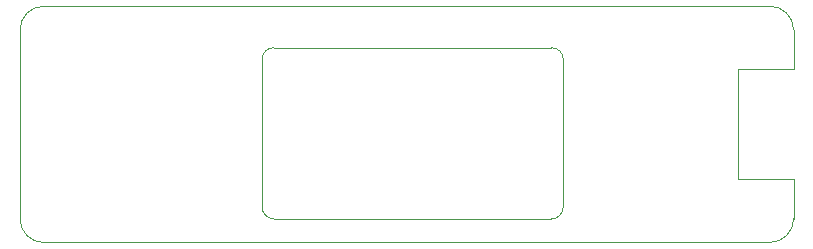
<source format=gbr>
%TF.GenerationSoftware,KiCad,Pcbnew,5.1.6-c6e7f7d~87~ubuntu18.04.1*%
%TF.CreationDate,2020-09-20T16:09:31-04:00*%
%TF.ProjectId,bt500-usbc,62743530-302d-4757-9362-632e6b696361,rev?*%
%TF.SameCoordinates,Original*%
%TF.FileFunction,Profile,NP*%
%FSLAX46Y46*%
G04 Gerber Fmt 4.6, Leading zero omitted, Abs format (unit mm)*
G04 Created by KiCad (PCBNEW 5.1.6-c6e7f7d~87~ubuntu18.04.1) date 2020-09-20 16:09:31*
%MOMM*%
%LPD*%
G01*
G04 APERTURE LIST*
%TA.AperFunction,Profile*%
%ADD10C,0.100000*%
%TD*%
G04 APERTURE END LIST*
D10*
X183250000Y-104250000D02*
G75*
G02*
X181250000Y-106250000I-2000000J0D01*
G01*
X181250000Y-86250000D02*
G75*
G02*
X183250000Y-88250000I0J-2000000D01*
G01*
X119750000Y-106250000D02*
G75*
G02*
X117750000Y-104250000I0J2000000D01*
G01*
X117750000Y-88250000D02*
G75*
G02*
X119750000Y-86250000I2000000J0D01*
G01*
X138250000Y-90750000D02*
G75*
G02*
X139250000Y-89750000I1000000J0D01*
G01*
X162750000Y-89750000D02*
G75*
G02*
X163750000Y-90750000I0J-1000000D01*
G01*
X163750000Y-103250000D02*
G75*
G02*
X162750000Y-104250000I-1000000J0D01*
G01*
X139250000Y-104250000D02*
G75*
G02*
X138250000Y-103250000I0J1000000D01*
G01*
X138250000Y-103250000D02*
X138250000Y-90750000D01*
X163750000Y-103250000D02*
X163750000Y-90750000D01*
X139250000Y-89750000D02*
X162750000Y-89750000D01*
X139250000Y-104250000D02*
X162750000Y-104250000D01*
X183250000Y-88250000D02*
X183250000Y-90240000D01*
X119750000Y-86250000D02*
X181250000Y-86250000D01*
X181250000Y-106250000D02*
X119750000Y-106250000D01*
X183250000Y-102240000D02*
X183250000Y-104250000D01*
X117750000Y-88250000D02*
X117750000Y-104250000D01*
%TO.C,J2*%
X183250000Y-102240000D02*
X183250000Y-100915000D01*
X183250000Y-100915000D02*
X178530000Y-100915000D01*
X178530000Y-100915000D02*
X178530000Y-91565000D01*
X178530000Y-91565000D02*
X183250000Y-91565000D01*
X183250000Y-91565000D02*
X183250000Y-90240000D01*
%TD*%
M02*

</source>
